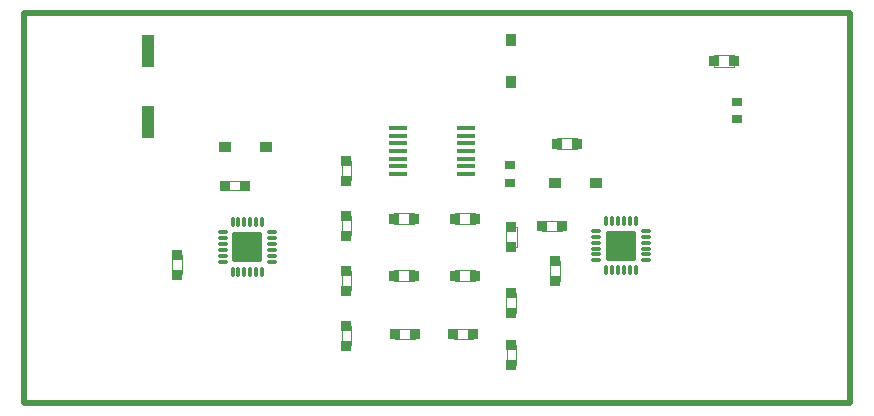
<source format=gtp>
G04*
G04 #@! TF.GenerationSoftware,Altium Limited,Altium Designer,20.0.13 (296)*
G04*
G04 Layer_Color=8421504*
%FSLAX24Y24*%
%MOIN*%
G70*
G01*
G75*
%ADD25C,0.0200*%
%ADD26C,0.0039*%
%ADD27R,0.0394X0.1063*%
%ADD28R,0.0335X0.0394*%
%ADD29O,0.0118X0.0394*%
%ADD30O,0.0394X0.0118*%
G04:AMPARAMS|DCode=31|XSize=100.4mil|YSize=100.4mil|CornerRadius=5mil|HoleSize=0mil|Usage=FLASHONLY|Rotation=90.000|XOffset=0mil|YOffset=0mil|HoleType=Round|Shape=RoundedRectangle|*
%AMROUNDEDRECTD31*
21,1,0.1004,0.0904,0,0,90.0*
21,1,0.0904,0.1004,0,0,90.0*
1,1,0.0100,0.0452,0.0452*
1,1,0.0100,0.0452,-0.0452*
1,1,0.0100,-0.0452,-0.0452*
1,1,0.0100,-0.0452,0.0452*
%
%ADD31ROUNDEDRECTD31*%
%ADD32R,0.0394X0.0335*%
%ADD33R,0.0374X0.0354*%
%ADD34R,0.0591X0.0118*%
%ADD35R,0.0354X0.0374*%
%ADD36R,0.0335X0.0315*%
D25*
X27550Y0D02*
Y13000D01*
X0D02*
X27550D01*
X0Y0D02*
Y13000D01*
Y0D02*
X100D01*
X0D02*
X200D01*
X0D02*
X27550D01*
D26*
X10910Y1935D02*
Y2575D01*
X10590Y1935D02*
Y2575D01*
X10910D01*
X10590Y1935D02*
X10910D01*
Y7435D02*
Y8075D01*
X10590Y7435D02*
Y8075D01*
X10910D01*
X10590Y7435D02*
X10910D01*
Y3768D02*
Y4408D01*
X10590Y3768D02*
Y4408D01*
X10910D01*
X10590Y3768D02*
X10910D01*
X6735Y7090D02*
X7375D01*
X6735Y7410D02*
X7375D01*
Y7090D02*
Y7410D01*
X6735Y7090D02*
Y7410D01*
X10910Y5602D02*
Y6241D01*
X10590Y5602D02*
Y6241D01*
X10910D01*
X10590Y5602D02*
X10910D01*
X14365Y5963D02*
X15035D01*
X14365Y6337D02*
X15035D01*
Y5963D02*
Y6337D01*
X14365Y5963D02*
Y6337D01*
X12324Y5958D02*
X12994D01*
X12324Y6332D02*
X12994D01*
Y5958D02*
Y6332D01*
X12324Y5958D02*
Y6332D01*
Y4061D02*
X12994D01*
X12324Y4435D02*
X12994D01*
Y4061D02*
Y4435D01*
X12324Y4061D02*
Y4435D01*
X14365Y4066D02*
X15035D01*
X14365Y4440D02*
X15035D01*
Y4066D02*
Y4440D01*
X14365Y4066D02*
Y4440D01*
X5260Y4300D02*
Y4940D01*
X4940Y4300D02*
Y4940D01*
X5260D01*
X4940Y4300D02*
X5260D01*
X17765Y8837D02*
X18435D01*
X17765Y8463D02*
X18435D01*
X17765D02*
Y8837D01*
X18435Y8463D02*
Y8837D01*
X16437Y5215D02*
Y5885D01*
X16063Y5215D02*
Y5885D01*
X16437D01*
X16063Y5215D02*
X16437D01*
X23015Y11213D02*
X23685D01*
X23015Y11587D02*
X23685D01*
Y11213D02*
Y11587D01*
X23015Y11213D02*
Y11587D01*
X17860Y4085D02*
Y4725D01*
X17540Y4085D02*
Y4725D01*
X17860D01*
X17540Y4085D02*
X17860D01*
X16410Y1285D02*
Y1925D01*
X16090Y1285D02*
Y1925D01*
X16410D01*
X16090Y1285D02*
X16410D01*
X14325Y2460D02*
X14965D01*
X14325Y2140D02*
X14965D01*
X14325D02*
Y2460D01*
X14965Y2140D02*
Y2460D01*
X16406Y3014D02*
Y3654D01*
X16086Y3014D02*
Y3654D01*
X16406D01*
X16086Y3014D02*
X16406D01*
X17285Y5740D02*
X17925D01*
X17285Y6060D02*
X17925D01*
Y5740D02*
Y6060D01*
X17285Y5740D02*
Y6060D01*
X12385Y2140D02*
X13025D01*
X12385Y2460D02*
X13025D01*
Y2140D02*
Y2460D01*
X12385Y2140D02*
Y2460D01*
D27*
X4150Y9369D02*
D03*
Y11731D02*
D03*
D28*
X16250Y12089D02*
D03*
Y10711D02*
D03*
D29*
X6958Y6027D02*
D03*
X7155D02*
D03*
X7352D02*
D03*
X7548D02*
D03*
X7745D02*
D03*
X7942D02*
D03*
Y4373D02*
D03*
X7745D02*
D03*
X7548D02*
D03*
X7352D02*
D03*
X7155D02*
D03*
X6958D02*
D03*
X19408Y6077D02*
D03*
X19605D02*
D03*
X19802D02*
D03*
X19998D02*
D03*
X20195D02*
D03*
X20392D02*
D03*
Y4423D02*
D03*
X20195D02*
D03*
X19998D02*
D03*
X19802D02*
D03*
X19605D02*
D03*
X19408D02*
D03*
D30*
X8277Y5692D02*
D03*
Y5495D02*
D03*
Y5298D02*
D03*
Y5102D02*
D03*
Y4905D02*
D03*
Y4708D02*
D03*
X6623D02*
D03*
Y4905D02*
D03*
Y5102D02*
D03*
Y5298D02*
D03*
Y5495D02*
D03*
Y5692D02*
D03*
X20727Y5742D02*
D03*
Y5545D02*
D03*
Y5348D02*
D03*
Y5152D02*
D03*
Y4955D02*
D03*
Y4758D02*
D03*
X19073D02*
D03*
Y4955D02*
D03*
Y5152D02*
D03*
Y5348D02*
D03*
Y5545D02*
D03*
Y5742D02*
D03*
D31*
X7450Y5200D02*
D03*
X19900Y5250D02*
D03*
D32*
X6711Y8550D02*
D03*
X8089D02*
D03*
X19089Y7350D02*
D03*
X17711D02*
D03*
D33*
X10750Y1915D02*
D03*
Y2585D02*
D03*
Y7415D02*
D03*
Y8085D02*
D03*
Y3749D02*
D03*
Y4418D02*
D03*
Y5582D02*
D03*
Y6251D02*
D03*
X5100Y4281D02*
D03*
Y4950D02*
D03*
X16250Y5885D02*
D03*
Y5215D02*
D03*
X17700Y4065D02*
D03*
Y4735D02*
D03*
X16250Y1265D02*
D03*
Y1935D02*
D03*
X16246Y2994D02*
D03*
Y3664D02*
D03*
D34*
X14742Y9168D02*
D03*
Y8912D02*
D03*
Y8656D02*
D03*
Y8400D02*
D03*
Y8144D02*
D03*
Y7888D02*
D03*
Y7632D02*
D03*
X12458D02*
D03*
Y7888D02*
D03*
Y8400D02*
D03*
Y8656D02*
D03*
Y8912D02*
D03*
Y9168D02*
D03*
Y8144D02*
D03*
D35*
X6715Y7250D02*
D03*
X7385D02*
D03*
X15035Y6150D02*
D03*
X14365D02*
D03*
X12994Y6145D02*
D03*
X12324D02*
D03*
X12994Y4248D02*
D03*
X12324D02*
D03*
X15035Y4253D02*
D03*
X14365D02*
D03*
X17765Y8650D02*
D03*
X18435D02*
D03*
X23685Y11400D02*
D03*
X23015D02*
D03*
X14985Y2300D02*
D03*
X14315D02*
D03*
X17265Y5900D02*
D03*
X17935D02*
D03*
X12365Y2300D02*
D03*
X13035D02*
D03*
D36*
X23772Y10045D02*
D03*
Y9455D02*
D03*
X16200Y7350D02*
D03*
Y7941D02*
D03*
M02*

</source>
